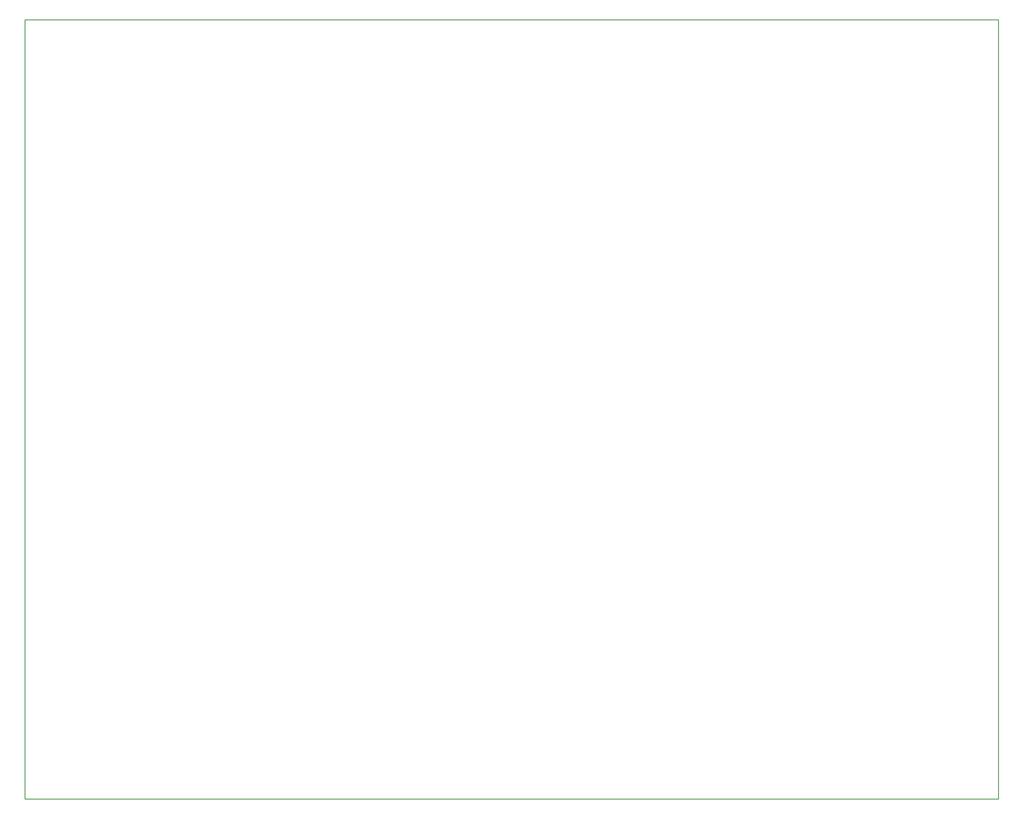
<source format=gko>
%FSLAX25Y25*%
%MOIN*%
G70*
G01*
G75*
G04 Layer_Color=16711935*
%ADD10C,0.00500*%
%ADD11C,0.00500*%
G04:AMPARAMS|DCode=12|XSize=19.69mil|YSize=23.62mil|CornerRadius=4.92mil|HoleSize=0mil|Usage=FLASHONLY|Rotation=90.000|XOffset=0mil|YOffset=0mil|HoleType=Round|Shape=RoundedRectangle|*
%AMROUNDEDRECTD12*
21,1,0.01969,0.01378,0,0,90.0*
21,1,0.00984,0.02362,0,0,90.0*
1,1,0.00984,0.00689,0.00492*
1,1,0.00984,0.00689,-0.00492*
1,1,0.00984,-0.00689,-0.00492*
1,1,0.00984,-0.00689,0.00492*
%
%ADD12ROUNDEDRECTD12*%
%ADD13R,0.02362X0.02362*%
G04:AMPARAMS|DCode=14|XSize=19.69mil|YSize=23.62mil|CornerRadius=4.92mil|HoleSize=0mil|Usage=FLASHONLY|Rotation=0.000|XOffset=0mil|YOffset=0mil|HoleType=Round|Shape=RoundedRectangle|*
%AMROUNDEDRECTD14*
21,1,0.01969,0.01378,0,0,0.0*
21,1,0.00984,0.02362,0,0,0.0*
1,1,0.00984,0.00492,-0.00689*
1,1,0.00984,-0.00492,-0.00689*
1,1,0.00984,-0.00492,0.00689*
1,1,0.00984,0.00492,0.00689*
%
%ADD14ROUNDEDRECTD14*%
%ADD15R,0.01378X0.03347*%
%ADD16R,0.02362X0.02362*%
%ADD17R,0.03937X0.05512*%
%ADD18R,0.06299X0.06299*%
%ADD19R,0.03150X0.01102*%
%ADD20R,0.01102X0.03150*%
%ADD21R,0.06299X0.06299*%
%ADD22R,0.05512X0.01575*%
%ADD23R,0.07087X0.07087*%
%ADD24R,0.01181X0.03740*%
%ADD25R,0.05512X0.05512*%
%ADD26R,0.03740X0.01181*%
%ADD27R,0.06496X0.01181*%
%ADD28R,0.06181X0.07402*%
%ADD29R,0.11811X0.11811*%
%ADD30R,0.01102X0.03347*%
%ADD31R,0.03347X0.01102*%
%ADD32R,0.01181X0.03150*%
%ADD33R,0.03150X0.01181*%
%ADD34R,0.17716X0.17716*%
%ADD35R,0.11811X0.11811*%
%ADD36R,0.12992X0.12992*%
%ADD37R,0.03740X0.01378*%
%ADD38R,0.01378X0.03740*%
%ADD39R,0.12992X0.12992*%
%ADD40C,0.01969*%
%ADD41C,0.03937*%
%ADD42C,0.01772*%
%ADD43R,0.07087X0.07087*%
%ADD44R,0.15590X0.15590*%
%ADD45R,0.01600X0.08500*%
%ADD46R,0.71000X0.02000*%
%ADD47R,0.01654X0.04803*%
%ADD48R,0.80000X0.15000*%
%ADD49R,0.05512X0.03937*%
%ADD50R,0.03150X0.03150*%
%ADD51R,0.10827X0.09449*%
%ADD52R,0.06890X0.01181*%
%ADD53R,0.08661X0.05709*%
%ADD54R,0.04331X0.10236*%
%ADD55R,0.05709X0.08661*%
%ADD56R,0.09449X0.10827*%
%ADD57R,0.06693X0.01378*%
%ADD58R,0.07874X0.07087*%
%ADD59R,0.07874X0.04331*%
%ADD60R,0.07087X0.07874*%
%ADD61R,0.03937X0.02756*%
%ADD62R,0.01378X0.06102*%
%ADD63R,0.01772X0.07087*%
%ADD64R,0.07087X0.02362*%
%ADD65R,0.02756X0.03937*%
%ADD66R,0.01772X0.06299*%
%ADD67R,0.01181X0.06496*%
%ADD68R,0.06299X0.01772*%
%ADD69R,0.01378X0.07087*%
%ADD70R,0.07047X0.05000*%
%ADD71R,0.12500X0.07008*%
%ADD72R,0.12598X0.13976*%
%ADD73R,0.27953X0.11024*%
%ADD74R,0.13976X0.12598*%
%ADD75R,0.04331X0.05315*%
%ADD76R,0.05315X0.04331*%
%ADD77R,0.03347X0.03150*%
%ADD78R,0.06693X0.04528*%
%ADD79R,0.04528X0.06693*%
%ADD80R,0.03937X0.07087*%
%ADD81R,0.07087X0.03937*%
%ADD82R,0.07087X0.04528*%
%ADD83R,0.05512X0.04331*%
%ADD84R,0.10236X0.04331*%
%ADD85R,0.25394X0.07874*%
%ADD86R,0.04331X0.05512*%
%ADD87R,0.07874X0.25394*%
%ADD88O,0.08071X0.02362*%
%ADD89R,0.03347X0.01378*%
%ADD90R,0.20000X0.05000*%
%ADD91R,0.05118X0.03937*%
%ADD92R,0.05118X0.02362*%
%ADD93R,0.02165X0.00787*%
%ADD94R,0.05512X0.04724*%
%ADD95R,0.05000X0.14488*%
%ADD96R,0.15748X0.05906*%
%ADD97R,0.05906X0.15748*%
%ADD98R,0.14488X0.05000*%
%ADD99R,0.03347X0.01969*%
%ADD100R,0.05000X0.01693*%
%ADD101O,0.00984X0.06102*%
%ADD102O,0.06102X0.00984*%
%ADD103R,0.08268X0.12598*%
%ADD104R,0.04724X0.07677*%
%ADD105R,0.03740X0.07874*%
%ADD106R,0.06102X0.08661*%
%ADD107R,0.06102X0.16417*%
%ADD108R,0.05906X0.06496*%
%ADD109R,0.05906X0.04331*%
%ADD110R,0.06299X0.07362*%
%ADD111R,0.02362X0.08858*%
%ADD112C,0.00800*%
%ADD113C,0.01000*%
%ADD114C,0.02500*%
%ADD115C,0.01200*%
%ADD116C,0.05000*%
%ADD117C,0.02000*%
%ADD118C,0.10000*%
%ADD119C,0.01500*%
%ADD120C,0.00600*%
%ADD121R,0.11500X0.04000*%
%ADD122C,0.04500*%
%ADD123C,0.12000*%
%ADD124C,0.09646*%
%ADD125C,0.06378*%
%ADD126C,0.09055*%
%ADD127C,0.12598*%
%ADD128C,0.05906*%
%ADD129C,0.31496*%
G04:AMPARAMS|DCode=130|XSize=51.18mil|YSize=86.61mil|CornerRadius=12.8mil|HoleSize=0mil|Usage=FLASHONLY|Rotation=180.000|XOffset=0mil|YOffset=0mil|HoleType=Round|Shape=RoundedRectangle|*
%AMROUNDEDRECTD130*
21,1,0.05118,0.06102,0,0,180.0*
21,1,0.02559,0.08661,0,0,180.0*
1,1,0.02559,-0.01280,0.03051*
1,1,0.02559,0.01280,0.03051*
1,1,0.02559,0.01280,-0.03051*
1,1,0.02559,-0.01280,-0.03051*
%
%ADD130ROUNDEDRECTD130*%
%ADD131C,0.04724*%
G04:AMPARAMS|DCode=132|XSize=47.24mil|YSize=110.24mil|CornerRadius=11.81mil|HoleSize=0mil|Usage=FLASHONLY|Rotation=270.000|XOffset=0mil|YOffset=0mil|HoleType=Round|Shape=RoundedRectangle|*
%AMROUNDEDRECTD132*
21,1,0.04724,0.08661,0,0,270.0*
21,1,0.02362,0.11024,0,0,270.0*
1,1,0.02362,-0.04331,-0.01181*
1,1,0.02362,-0.04331,0.01181*
1,1,0.02362,0.04331,0.01181*
1,1,0.02362,0.04331,-0.01181*
%
%ADD132ROUNDEDRECTD132*%
%ADD133C,0.07874*%
%ADD134C,0.04331*%
%ADD135R,0.07874X0.07874*%
%ADD136C,0.08661*%
%ADD137C,0.07087*%
%ADD138C,0.09843*%
%ADD139C,0.12205*%
%ADD140C,0.13780*%
G04:AMPARAMS|DCode=141|XSize=78.74mil|YSize=118.11mil|CornerRadius=19.69mil|HoleSize=0mil|Usage=FLASHONLY|Rotation=270.000|XOffset=0mil|YOffset=0mil|HoleType=Round|Shape=RoundedRectangle|*
%AMROUNDEDRECTD141*
21,1,0.07874,0.07874,0,0,270.0*
21,1,0.03937,0.11811,0,0,270.0*
1,1,0.03937,-0.03937,-0.01969*
1,1,0.03937,-0.03937,0.01969*
1,1,0.03937,0.03937,0.01969*
1,1,0.03937,0.03937,-0.01969*
%
%ADD141ROUNDEDRECTD141*%
%ADD142C,0.05512*%
%ADD143C,0.09252*%
%ADD144C,0.05591*%
%ADD145C,0.06437*%
%ADD146C,0.11811*%
%ADD147C,0.01940*%
%ADD148C,0.01900*%
%ADD149C,0.02000*%
%ADD150C,0.02598*%
%ADD151C,0.01860*%
%ADD152C,0.05000*%
%ADD153C,0.04000*%
%ADD154C,0.07040*%
%ADD155C,0.04409*%
%ADD156C,0.14743*%
%ADD157C,0.08149*%
G04:AMPARAMS|DCode=158|XSize=117.087mil|YSize=117.087mil|CornerRadius=0mil|HoleSize=0mil|Usage=FLASHONLY|Rotation=0.000|XOffset=0mil|YOffset=0mil|HoleType=Round|Shape=Relief|Width=15mil|Gap=10mil|Entries=4|*
%AMTHD158*
7,0,0,0.11709,0.09709,0.01500,45*
%
%ADD158THD158*%
%ADD159C,0.06456*%
G04:AMPARAMS|DCode=160|XSize=100.157mil|YSize=100.157mil|CornerRadius=0mil|HoleSize=0mil|Usage=FLASHONLY|Rotation=0.000|XOffset=0mil|YOffset=0mil|HoleType=Round|Shape=Relief|Width=15mil|Gap=10mil|Entries=4|*
%AMTHD160*
7,0,0,0.10016,0.08016,0.01500,45*
%
%ADD160THD160*%
G04:AMPARAMS|DCode=161|XSize=122.992mil|YSize=122.992mil|CornerRadius=0mil|HoleSize=0mil|Usage=FLASHONLY|Rotation=0.000|XOffset=0mil|YOffset=0mil|HoleType=Round|Shape=Relief|Width=15mil|Gap=10mil|Entries=4|*
%AMTHD161*
7,0,0,0.12299,0.10299,0.01500,45*
%
%ADD161THD161*%
%ADD162C,0.15235*%
%ADD163C,0.05983*%
G04:AMPARAMS|DCode=164|XSize=95.433mil|YSize=95.433mil|CornerRadius=0mil|HoleSize=0mil|Usage=FLASHONLY|Rotation=0.000|XOffset=0mil|YOffset=0mil|HoleType=Round|Shape=Relief|Width=15mil|Gap=10mil|Entries=4|*
%AMTHD164*
7,0,0,0.09543,0.07543,0.01500,45*
%
%ADD164THD164*%
%ADD165C,0.17440*%
G04:AMPARAMS|DCode=166|XSize=210mil|YSize=210mil|CornerRadius=0mil|HoleSize=0mil|Usage=FLASHONLY|Rotation=0.000|XOffset=0mil|YOffset=0mil|HoleType=Round|Shape=Relief|Width=15mil|Gap=10mil|Entries=4|*
%AMTHD166*
7,0,0,0.21000,0.19000,0.01500,45*
%
%ADD166THD166*%
%AMTHOVALD167*
21,1,0.03543,0.09937,0,0,270.0*
1,1,0.09937,0.00000,0.01772*
1,1,0.09937,0.00000,-0.01772*
21,0,0.03543,0.07937,0,0,270.0*
1,0,0.07937,0.00000,0.01772*
1,0,0.07937,0.00000,-0.01772*
4,0,4,-0.00530,0.01241,-0.04044,0.04755,-0.02983,0.05815,0.00530,0.02302,-0.00530,0.01241,0.0*
4,0,4,-0.00530,-0.02302,0.02983,-0.05815,0.04044,-0.04755,0.00530,-0.01241,-0.00530,-0.02302,0.0*
4,0,4,-0.00530,0.02302,0.02983,0.05815,0.04044,0.04755,0.00530,0.01241,-0.00530,0.02302,0.0*
4,0,4,-0.00530,-0.01241,-0.04044,-0.04755,-0.02983,-0.05815,0.00530,-0.02302,-0.00530,-0.01241,0.0*
%
%ADD167THOVALD167*%

G04:AMPARAMS|DCode=168|XSize=91.496mil|YSize=91.496mil|CornerRadius=0mil|HoleSize=0mil|Usage=FLASHONLY|Rotation=0.000|XOffset=0mil|YOffset=0mil|HoleType=Round|Shape=Relief|Width=15mil|Gap=10mil|Entries=4|*
%AMTHD168*
7,0,0,0.09150,0.07150,0.01500,45*
%
%ADD168THD168*%
%ADD169C,0.05590*%
%AMTHOVALD170*
21,1,0.06299,0.09150,0,0,360.0*
1,1,0.09150,-0.03150,0.00000*
1,1,0.09150,0.03150,0.00000*
21,0,0.06299,0.07150,0,0,360.0*
1,0,0.07150,-0.03150,0.00000*
1,0,0.07150,0.03150,0.00000*
4,0,4,-0.02619,-0.00530,-0.05854,-0.03765,-0.06915,-0.02705,-0.03680,0.00530,-0.02619,-0.00530,0.0*
4,0,4,0.03680,-0.00530,0.06915,0.02705,0.05854,0.03765,0.02619,0.00530,0.03680,-0.00530,0.0*
4,0,4,-0.03680,-0.00530,-0.06915,0.02705,-0.05854,0.03765,-0.02619,0.00530,-0.03680,-0.00530,0.0*
4,0,4,0.02619,-0.00530,0.05854,-0.03765,0.06915,-0.02705,0.03680,0.00530,0.02619,-0.00530,0.0*
%
%ADD170THOVALD170*%

%ADD171C,0.07164*%
G04:AMPARAMS|DCode=172|XSize=107.244mil|YSize=107.244mil|CornerRadius=0mil|HoleSize=0mil|Usage=FLASHONLY|Rotation=0.000|XOffset=0mil|YOffset=0mil|HoleType=Round|Shape=Relief|Width=15mil|Gap=10mil|Entries=4|*
%AMTHD172*
7,0,0,0.10724,0.08724,0.01500,45*
%
%ADD172THD172*%
G04:AMPARAMS|DCode=173|XSize=83.622mil|YSize=83.622mil|CornerRadius=0mil|HoleSize=0mil|Usage=FLASHONLY|Rotation=0.000|XOffset=0mil|YOffset=0mil|HoleType=Round|Shape=Relief|Width=15mil|Gap=10mil|Entries=4|*
%AMTHD173*
7,0,0,0.08362,0.06362,0.01500,45*
%
%ADD173THD173*%
%ADD174C,0.04802*%
%ADD175C,0.06771*%
G04:AMPARAMS|DCode=176|XSize=103.307mil|YSize=103.307mil|CornerRadius=0mil|HoleSize=0mil|Usage=FLASHONLY|Rotation=0.000|XOffset=0mil|YOffset=0mil|HoleType=Round|Shape=Relief|Width=15mil|Gap=10mil|Entries=4|*
%AMTHD176*
7,0,0,0.10331,0.08331,0.01500,45*
%
%ADD176THD176*%
G04:AMPARAMS|DCode=177|XSize=126.929mil|YSize=126.929mil|CornerRadius=0mil|HoleSize=0mil|Usage=FLASHONLY|Rotation=0.000|XOffset=0mil|YOffset=0mil|HoleType=Round|Shape=Relief|Width=15mil|Gap=10mil|Entries=4|*
%AMTHD177*
7,0,0,0.12693,0.10693,0.01500,45*
%
%ADD177THD177*%
%ADD178C,0.08346*%
%ADD179C,0.15038*%
%ADD180C,0.12086*%
%ADD181O,0.12204X0.09133*%
G04:AMPARAMS|DCode=182|XSize=87.559mil|YSize=87.559mil|CornerRadius=0mil|HoleSize=0mil|Usage=FLASHONLY|Rotation=0.000|XOffset=0mil|YOffset=0mil|HoleType=Round|Shape=Relief|Width=15mil|Gap=10mil|Entries=4|*
%AMTHD182*
7,0,0,0.08756,0.06756,0.01500,45*
%
%ADD182THD182*%
%ADD183C,0.05196*%
%ADD184C,0.11889*%
G04:AMPARAMS|DCode=185|XSize=92.284mil|YSize=92.284mil|CornerRadius=0mil|HoleSize=0mil|Usage=FLASHONLY|Rotation=0.000|XOffset=0mil|YOffset=0mil|HoleType=Round|Shape=Relief|Width=15mil|Gap=10mil|Entries=4|*
%AMTHD185*
7,0,0,0.09228,0.07228,0.01500,45*
%
%ADD185THD185*%
G04:AMPARAMS|DCode=186|XSize=99.37mil|YSize=99.37mil|CornerRadius=0mil|HoleSize=0mil|Usage=FLASHONLY|Rotation=0.000|XOffset=0mil|YOffset=0mil|HoleType=Round|Shape=Relief|Width=15mil|Gap=10mil|Entries=4|*
%AMTHD186*
7,0,0,0.09937,0.07937,0.01500,45*
%
%ADD186THD186*%
%ADD187C,0.06377*%
%ADD188C,0.11495*%
%ADD189C,0.06062*%
G04:AMPARAMS|DCode=190|XSize=96.221mil|YSize=96.221mil|CornerRadius=0mil|HoleSize=0mil|Usage=FLASHONLY|Rotation=0.000|XOffset=0mil|YOffset=0mil|HoleType=Round|Shape=Relief|Width=15mil|Gap=10mil|Entries=4|*
%AMTHD190*
7,0,0,0.09622,0.07622,0.01500,45*
%
%ADD190THD190*%
%ADD191C,0.03440*%
%ADD192C,0.03739*%
%ADD193C,0.00380*%
%ADD194C,0.00394*%
%ADD195C,0.22874*%
%ADD196C,0.00380*%
%ADD197C,0.07000*%
%ADD198C,0.08739*%
%ADD199O,0.06377X0.09920*%
%ADD200O,0.11889X0.05590*%
%ADD201C,0.09133*%
%ADD202C,0.05668*%
%ADD203C,0.03444*%
%ADD204C,0.05240*%
%ADD205R,0.00787X0.02165*%
%ADD206C,0.00984*%
%ADD207C,0.02362*%
%ADD208C,0.00787*%
%ADD209C,0.06000*%
%ADD210C,0.00315*%
%ADD211C,0.00300*%
%ADD212C,0.00100*%
%ADD213C,0.00591*%
%ADD214C,0.00900*%
%ADD215R,0.04409X0.04409*%
%ADD216R,0.04409X0.04409*%
%ADD217R,0.04961X0.04961*%
%ADD218R,0.03858X0.03858*%
%ADD219R,0.03961X0.05181*%
%ADD220R,0.08268X0.08268*%
%ADD221R,0.12402X0.12402*%
%ADD222R,0.08268X0.08268*%
%ADD223R,0.09095X0.09095*%
%ADD224R,0.09095X0.09095*%
%ADD225R,0.12211X0.12211*%
%ADD226R,0.01502X0.03747*%
%ADD227R,0.03747X0.01502*%
%ADD228R,0.01581X0.03550*%
%ADD229R,0.03550X0.01581*%
%ADD230R,0.18116X0.18116*%
%ADD231R,0.12211X0.12211*%
%ADD232C,0.02569*%
%ADD233C,0.07874*%
%ADD234C,0.02372*%
%ADD235R,0.02000X0.08900*%
%ADD236R,0.71400X0.02400*%
%ADD237R,0.07290X0.01581*%
%ADD238O,0.01384X0.06502*%
%ADD239O,0.06502X0.01384*%
%ADD240C,0.04900*%
%ADD241C,0.02998*%
%ADD242C,0.00400*%
D113*
X0Y960000D02*
X1200000D01*
X0Y0D02*
Y960000D01*
X1200000Y0D02*
Y960000D01*
X0Y0D02*
X1200000D01*
M02*

</source>
